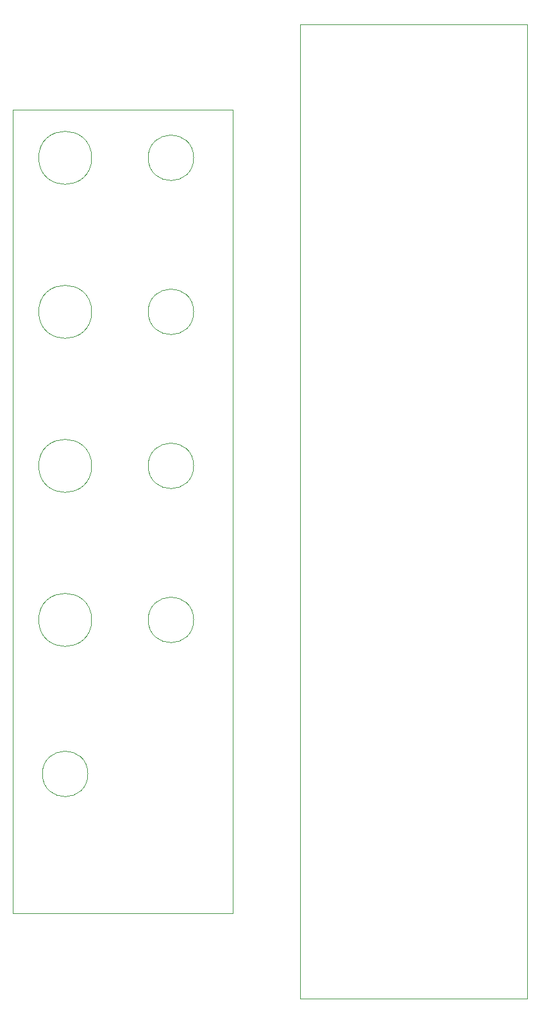
<source format=gbr>
%TF.GenerationSoftware,KiCad,Pcbnew,8.0.1-8.0.1-1~ubuntu22.04.1*%
%TF.CreationDate,2024-04-08T16:27:00+02:00*%
%TF.ProjectId,HagiwoEurorackMixer,48616769-776f-4457-9572-6f7261636b4d,rev?*%
%TF.SameCoordinates,Original*%
%TF.FileFunction,Profile,NP*%
%FSLAX46Y46*%
G04 Gerber Fmt 4.6, Leading zero omitted, Abs format (unit mm)*
G04 Created by KiCad (PCBNEW 8.0.1-8.0.1-1~ubuntu22.04.1) date 2024-04-08 16:27:00*
%MOMM*%
%LPD*%
G01*
G04 APERTURE LIST*
%TA.AperFunction,Profile*%
%ADD10C,0.100000*%
%TD*%
%TA.AperFunction,Profile*%
%ADD11C,0.050000*%
%TD*%
G04 APERTURE END LIST*
D10*
X92890000Y-114120000D02*
G75*
G02*
X86890000Y-114120000I-3000000J0D01*
G01*
X86890000Y-114120000D02*
G75*
G02*
X92890000Y-114120000I3000000J0D01*
G01*
X79420000Y-114120000D02*
G75*
G02*
X72420000Y-114120000I-3500000J0D01*
G01*
X72420000Y-114120000D02*
G75*
G02*
X79420000Y-114120000I3500000J0D01*
G01*
X78920000Y-134440000D02*
G75*
G02*
X72920000Y-134440000I-3000000J0D01*
G01*
X72920000Y-134440000D02*
G75*
G02*
X78920000Y-134440000I3000000J0D01*
G01*
X78920000Y-134440000D02*
G75*
G02*
X72920000Y-134440000I-3000000J0D01*
G01*
X72920000Y-134440000D02*
G75*
G02*
X78920000Y-134440000I3000000J0D01*
G01*
X92890000Y-53160000D02*
G75*
G02*
X86890000Y-53160000I-3000000J0D01*
G01*
X86890000Y-53160000D02*
G75*
G02*
X92890000Y-53160000I3000000J0D01*
G01*
X79420000Y-53160000D02*
G75*
G02*
X72420000Y-53160000I-3500000J0D01*
G01*
X72420000Y-53160000D02*
G75*
G02*
X79420000Y-53160000I3500000J0D01*
G01*
X79420000Y-53160000D02*
G75*
G02*
X72420000Y-53160000I-3500000J0D01*
G01*
X72420000Y-53160000D02*
G75*
G02*
X79420000Y-53160000I3500000J0D01*
G01*
D11*
X69040000Y-46810000D02*
X98040000Y-46810000D01*
X98040000Y-152810000D01*
X69040000Y-152810000D01*
X69040000Y-46810000D01*
D10*
X92890000Y-73480000D02*
G75*
G02*
X86890000Y-73480000I-3000000J0D01*
G01*
X86890000Y-73480000D02*
G75*
G02*
X92890000Y-73480000I3000000J0D01*
G01*
D11*
X106920000Y-35560000D02*
X136920000Y-35560000D01*
X136920000Y-164060000D01*
X106920000Y-164060000D01*
X106920000Y-35560000D01*
D10*
X79420000Y-93800000D02*
G75*
G02*
X72420000Y-93800000I-3500000J0D01*
G01*
X72420000Y-93800000D02*
G75*
G02*
X79420000Y-93800000I3500000J0D01*
G01*
X79420000Y-73480000D02*
G75*
G02*
X72420000Y-73480000I-3500000J0D01*
G01*
X72420000Y-73480000D02*
G75*
G02*
X79420000Y-73480000I3500000J0D01*
G01*
X92890000Y-93800000D02*
G75*
G02*
X86890000Y-93800000I-3000000J0D01*
G01*
X86890000Y-93800000D02*
G75*
G02*
X92890000Y-93800000I3000000J0D01*
G01*
X92890000Y-114120000D02*
G75*
G02*
X86890000Y-114120000I-3000000J0D01*
G01*
X86890000Y-114120000D02*
G75*
G02*
X92890000Y-114120000I3000000J0D01*
G01*
X79420000Y-93800000D02*
G75*
G02*
X72420000Y-93800000I-3500000J0D01*
G01*
X72420000Y-93800000D02*
G75*
G02*
X79420000Y-93800000I3500000J0D01*
G01*
X79420000Y-73480000D02*
G75*
G02*
X72420000Y-73480000I-3500000J0D01*
G01*
X72420000Y-73480000D02*
G75*
G02*
X79420000Y-73480000I3500000J0D01*
G01*
X92890000Y-73480000D02*
G75*
G02*
X86890000Y-73480000I-3000000J0D01*
G01*
X86890000Y-73480000D02*
G75*
G02*
X92890000Y-73480000I3000000J0D01*
G01*
X92890000Y-93800000D02*
G75*
G02*
X86890000Y-93800000I-3000000J0D01*
G01*
X86890000Y-93800000D02*
G75*
G02*
X92890000Y-93800000I3000000J0D01*
G01*
X92890000Y-53160000D02*
G75*
G02*
X86890000Y-53160000I-3000000J0D01*
G01*
X86890000Y-53160000D02*
G75*
G02*
X92890000Y-53160000I3000000J0D01*
G01*
X79420000Y-114120000D02*
G75*
G02*
X72420000Y-114120000I-3500000J0D01*
G01*
X72420000Y-114120000D02*
G75*
G02*
X79420000Y-114120000I3500000J0D01*
G01*
M02*

</source>
